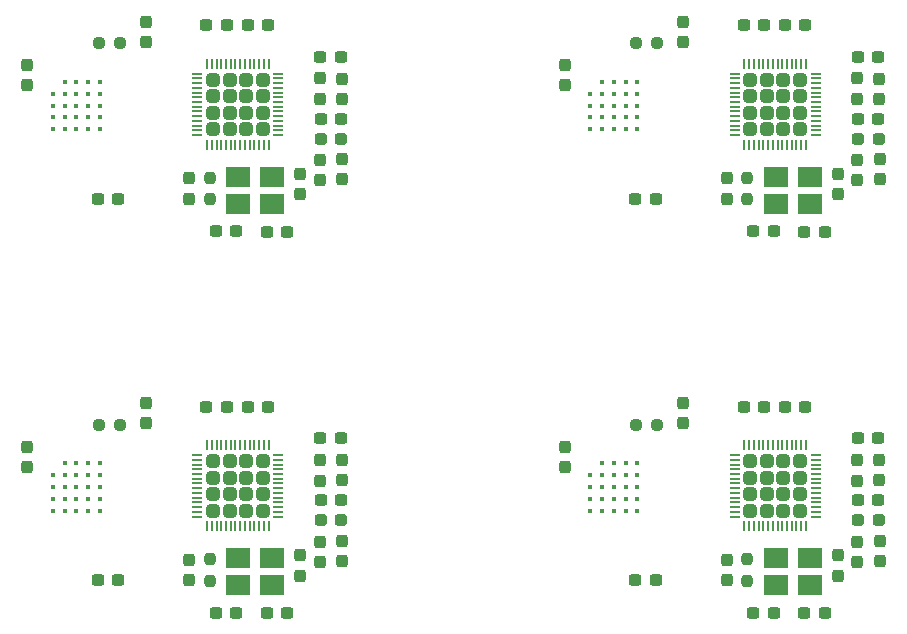
<source format=gtp>
G04 #@! TF.GenerationSoftware,KiCad,Pcbnew,6.0.7-f9a2dced07~116~ubuntu22.04.1*
G04 #@! TF.CreationDate,2022-09-03T23:27:29+10:00*
G04 #@! TF.ProjectId,panel,70616e65-6c2e-46b6-9963-61645f706362,rev?*
G04 #@! TF.SameCoordinates,Original*
G04 #@! TF.FileFunction,Paste,Top*
G04 #@! TF.FilePolarity,Positive*
%FSLAX46Y46*%
G04 Gerber Fmt 4.6, Leading zero omitted, Abs format (unit mm)*
G04 Created by KiCad (PCBNEW 6.0.7-f9a2dced07~116~ubuntu22.04.1) date 2022-09-03 23:27:29*
%MOMM*%
%LPD*%
G01*
G04 APERTURE LIST*
G04 Aperture macros list*
%AMRoundRect*
0 Rectangle with rounded corners*
0 $1 Rounding radius*
0 $2 $3 $4 $5 $6 $7 $8 $9 X,Y pos of 4 corners*
0 Add a 4 corners polygon primitive as box body*
4,1,4,$2,$3,$4,$5,$6,$7,$8,$9,$2,$3,0*
0 Add four circle primitives for the rounded corners*
1,1,$1+$1,$2,$3*
1,1,$1+$1,$4,$5*
1,1,$1+$1,$6,$7*
1,1,$1+$1,$8,$9*
0 Add four rect primitives between the rounded corners*
20,1,$1+$1,$2,$3,$4,$5,0*
20,1,$1+$1,$4,$5,$6,$7,0*
20,1,$1+$1,$6,$7,$8,$9,0*
20,1,$1+$1,$8,$9,$2,$3,0*%
G04 Aperture macros list end*
%ADD10RoundRect,0.237500X0.237500X-0.300000X0.237500X0.300000X-0.237500X0.300000X-0.237500X-0.300000X0*%
%ADD11RoundRect,0.250000X0.315000X0.315000X-0.315000X0.315000X-0.315000X-0.315000X0.315000X-0.315000X0*%
%ADD12RoundRect,0.050000X0.387500X0.050000X-0.387500X0.050000X-0.387500X-0.050000X0.387500X-0.050000X0*%
%ADD13RoundRect,0.050000X0.050000X0.387500X-0.050000X0.387500X-0.050000X-0.387500X0.050000X-0.387500X0*%
%ADD14C,0.400000*%
%ADD15RoundRect,0.237500X-0.300000X-0.237500X0.300000X-0.237500X0.300000X0.237500X-0.300000X0.237500X0*%
%ADD16RoundRect,0.237500X0.237500X-0.250000X0.237500X0.250000X-0.237500X0.250000X-0.237500X-0.250000X0*%
%ADD17RoundRect,0.237500X-0.237500X0.300000X-0.237500X-0.300000X0.237500X-0.300000X0.237500X0.300000X0*%
%ADD18RoundRect,0.237500X-0.287500X-0.237500X0.287500X-0.237500X0.287500X0.237500X-0.287500X0.237500X0*%
%ADD19R,2.100000X1.800000*%
%ADD20RoundRect,0.237500X-0.237500X0.287500X-0.237500X-0.287500X0.237500X-0.287500X0.237500X0.287500X0*%
%ADD21RoundRect,0.237500X0.300000X0.237500X-0.300000X0.237500X-0.300000X-0.237500X0.300000X-0.237500X0*%
%ADD22RoundRect,0.237500X0.250000X0.237500X-0.250000X0.237500X-0.250000X-0.237500X0.250000X-0.237500X0*%
G04 APERTURE END LIST*
D10*
G04 #@! TO.C,C10*
X42140000Y-48152500D03*
X42140000Y-46427500D03*
G04 #@! TD*
D11*
G04 #@! TO.C,U1*
X83040000Y-70760000D03*
X84440000Y-70760000D03*
X80240000Y-72160000D03*
X83040000Y-73560000D03*
X81640000Y-73560000D03*
X84440000Y-74960000D03*
X84440000Y-73560000D03*
X81640000Y-74960000D03*
X80240000Y-74960000D03*
X81640000Y-72160000D03*
X84440000Y-72160000D03*
X80240000Y-70760000D03*
X81640000Y-70760000D03*
X80240000Y-73560000D03*
X83040000Y-74960000D03*
X83040000Y-72160000D03*
D12*
X85777500Y-75460000D03*
X85777500Y-75060000D03*
X85777500Y-74660000D03*
X85777500Y-74260000D03*
X85777500Y-73860000D03*
X85777500Y-73460000D03*
X85777500Y-73060000D03*
X85777500Y-72660000D03*
X85777500Y-72260000D03*
X85777500Y-71860000D03*
X85777500Y-71460000D03*
X85777500Y-71060000D03*
X85777500Y-70660000D03*
X85777500Y-70260000D03*
D13*
X84940000Y-69422500D03*
X84540000Y-69422500D03*
X84140000Y-69422500D03*
X83740000Y-69422500D03*
X83340000Y-69422500D03*
X82940000Y-69422500D03*
X82540000Y-69422500D03*
X82140000Y-69422500D03*
X81740000Y-69422500D03*
X81340000Y-69422500D03*
X80940000Y-69422500D03*
X80540000Y-69422500D03*
X80140000Y-69422500D03*
X79740000Y-69422500D03*
D12*
X78902500Y-70260000D03*
X78902500Y-70660000D03*
X78902500Y-71060000D03*
X78902500Y-71460000D03*
X78902500Y-71860000D03*
X78902500Y-72260000D03*
X78902500Y-72660000D03*
X78902500Y-73060000D03*
X78902500Y-73460000D03*
X78902500Y-73860000D03*
X78902500Y-74260000D03*
X78902500Y-74660000D03*
X78902500Y-75060000D03*
X78902500Y-75460000D03*
D13*
X79740000Y-76297500D03*
X80140000Y-76297500D03*
X80540000Y-76297500D03*
X80940000Y-76297500D03*
X81340000Y-76297500D03*
X81740000Y-76297500D03*
X82140000Y-76297500D03*
X82540000Y-76297500D03*
X82940000Y-76297500D03*
X83340000Y-76297500D03*
X83740000Y-76297500D03*
X84140000Y-76297500D03*
X84540000Y-76297500D03*
X84940000Y-76297500D03*
G04 #@! TD*
D14*
G04 #@! TO.C,U2*
X67675744Y-38655744D03*
X68675744Y-38655744D03*
X69675744Y-38655744D03*
X70675744Y-38655744D03*
X66680000Y-39660000D03*
X67680000Y-39660000D03*
X68680000Y-39660000D03*
X69680000Y-39660000D03*
X70680000Y-39660000D03*
X66680000Y-40660000D03*
X67680000Y-40660000D03*
X68680000Y-40660000D03*
X69680000Y-40660000D03*
X70680000Y-40660000D03*
X66680000Y-41660000D03*
X67680000Y-41660000D03*
X68680000Y-41660000D03*
X69680000Y-41660000D03*
X70680000Y-41660000D03*
X66680000Y-42660000D03*
X67680000Y-42660000D03*
X68680000Y-42660000D03*
X69680000Y-42660000D03*
X70680000Y-42660000D03*
G04 #@! TD*
D15*
G04 #@! TO.C,C4*
X37667500Y-66150000D03*
X39392500Y-66150000D03*
G04 #@! TD*
D16*
G04 #@! TO.C,R3*
X34470000Y-80892500D03*
X34470000Y-79067500D03*
G04 #@! TD*
D17*
G04 #@! TO.C,C5*
X78250000Y-79107500D03*
X78250000Y-80832500D03*
G04 #@! TD*
D11*
G04 #@! TO.C,U1*
X36140000Y-73560000D03*
X34740000Y-70760000D03*
X38940000Y-73560000D03*
X36140000Y-70760000D03*
X34740000Y-73560000D03*
X37540000Y-72160000D03*
X37540000Y-73560000D03*
X38940000Y-70760000D03*
X36140000Y-74960000D03*
X37540000Y-70760000D03*
X36140000Y-72160000D03*
X38940000Y-74960000D03*
X37540000Y-74960000D03*
X34740000Y-72160000D03*
X34740000Y-74960000D03*
X38940000Y-72160000D03*
D12*
X40277500Y-75460000D03*
X40277500Y-75060000D03*
X40277500Y-74660000D03*
X40277500Y-74260000D03*
X40277500Y-73860000D03*
X40277500Y-73460000D03*
X40277500Y-73060000D03*
X40277500Y-72660000D03*
X40277500Y-72260000D03*
X40277500Y-71860000D03*
X40277500Y-71460000D03*
X40277500Y-71060000D03*
X40277500Y-70660000D03*
X40277500Y-70260000D03*
D13*
X39440000Y-69422500D03*
X39040000Y-69422500D03*
X38640000Y-69422500D03*
X38240000Y-69422500D03*
X37840000Y-69422500D03*
X37440000Y-69422500D03*
X37040000Y-69422500D03*
X36640000Y-69422500D03*
X36240000Y-69422500D03*
X35840000Y-69422500D03*
X35440000Y-69422500D03*
X35040000Y-69422500D03*
X34640000Y-69422500D03*
X34240000Y-69422500D03*
D12*
X33402500Y-70260000D03*
X33402500Y-70660000D03*
X33402500Y-71060000D03*
X33402500Y-71460000D03*
X33402500Y-71860000D03*
X33402500Y-72260000D03*
X33402500Y-72660000D03*
X33402500Y-73060000D03*
X33402500Y-73460000D03*
X33402500Y-73860000D03*
X33402500Y-74260000D03*
X33402500Y-74660000D03*
X33402500Y-75060000D03*
X33402500Y-75460000D03*
D13*
X34240000Y-76297500D03*
X34640000Y-76297500D03*
X35040000Y-76297500D03*
X35440000Y-76297500D03*
X35840000Y-76297500D03*
X36240000Y-76297500D03*
X36640000Y-76297500D03*
X37040000Y-76297500D03*
X37440000Y-76297500D03*
X37840000Y-76297500D03*
X38240000Y-76297500D03*
X38640000Y-76297500D03*
X39040000Y-76297500D03*
X39440000Y-76297500D03*
G04 #@! TD*
D15*
G04 #@! TO.C,C13*
X34997500Y-83600000D03*
X36722500Y-83600000D03*
G04 #@! TD*
D18*
G04 #@! TO.C,L2*
X43865000Y-75780000D03*
X45615000Y-75780000D03*
G04 #@! TD*
D10*
G04 #@! TO.C,C10*
X42140000Y-80452500D03*
X42140000Y-78727500D03*
G04 #@! TD*
D15*
G04 #@! TO.C,C8*
X79667500Y-33860000D03*
X81392500Y-33860000D03*
G04 #@! TD*
D14*
G04 #@! TO.C,U2*
X22175744Y-38655744D03*
X23175744Y-38655744D03*
X24175744Y-38655744D03*
X25175744Y-38655744D03*
X21180000Y-39660000D03*
X22180000Y-39660000D03*
X23180000Y-39660000D03*
X24180000Y-39660000D03*
X25180000Y-39660000D03*
X21180000Y-40660000D03*
X22180000Y-40660000D03*
X23180000Y-40660000D03*
X24180000Y-40660000D03*
X25180000Y-40660000D03*
X21180000Y-41660000D03*
X22180000Y-41660000D03*
X23180000Y-41660000D03*
X24180000Y-41660000D03*
X25180000Y-41660000D03*
X21180000Y-42660000D03*
X22180000Y-42660000D03*
X23180000Y-42660000D03*
X24180000Y-42660000D03*
X25180000Y-42660000D03*
G04 #@! TD*
D10*
G04 #@! TO.C,C15*
X89290000Y-47005000D03*
X89290000Y-45280000D03*
G04 #@! TD*
D15*
G04 #@! TO.C,C4*
X37667500Y-33850000D03*
X39392500Y-33850000D03*
G04 #@! TD*
G04 #@! TO.C,C3*
X43857500Y-74090000D03*
X45582500Y-74090000D03*
G04 #@! TD*
D10*
G04 #@! TO.C,C6*
X74560000Y-67572500D03*
X74560000Y-65847500D03*
G04 #@! TD*
D17*
G04 #@! TO.C,C5*
X32750000Y-46807500D03*
X32750000Y-48532500D03*
G04 #@! TD*
D16*
G04 #@! TO.C,R3*
X34470000Y-48592500D03*
X34470000Y-46767500D03*
G04 #@! TD*
D19*
G04 #@! TO.C,Y1*
X39770000Y-46670000D03*
X36870000Y-46670000D03*
X36870000Y-48970000D03*
X39770000Y-48970000D03*
G04 #@! TD*
D15*
G04 #@! TO.C,C8*
X34167500Y-33860000D03*
X35892500Y-33860000D03*
G04 #@! TD*
D20*
G04 #@! TO.C,L1*
X89280000Y-38365000D03*
X89280000Y-40115000D03*
G04 #@! TD*
D21*
G04 #@! TO.C,C11*
X26712500Y-80840000D03*
X24987500Y-80840000D03*
G04 #@! TD*
D17*
G04 #@! TO.C,C12*
X91200000Y-77497500D03*
X91200000Y-79222500D03*
G04 #@! TD*
D18*
G04 #@! TO.C,L2*
X89365000Y-75780000D03*
X91115000Y-75780000D03*
G04 #@! TD*
D15*
G04 #@! TO.C,C3*
X89357500Y-74090000D03*
X91082500Y-74090000D03*
G04 #@! TD*
G04 #@! TO.C,C13*
X34997500Y-51300000D03*
X36722500Y-51300000D03*
G04 #@! TD*
D20*
G04 #@! TO.C,L1*
X43780000Y-70665000D03*
X43780000Y-72415000D03*
G04 #@! TD*
D19*
G04 #@! TO.C,Y1*
X39770000Y-78970000D03*
X36870000Y-78970000D03*
X36870000Y-81270000D03*
X39770000Y-81270000D03*
G04 #@! TD*
D17*
G04 #@! TO.C,C5*
X78250000Y-46807500D03*
X78250000Y-48532500D03*
G04 #@! TD*
D10*
G04 #@! TO.C,C15*
X43790000Y-79305000D03*
X43790000Y-77580000D03*
G04 #@! TD*
G04 #@! TO.C,C6*
X29060000Y-35272500D03*
X29060000Y-33547500D03*
G04 #@! TD*
D15*
G04 #@! TO.C,C7*
X89317500Y-36520000D03*
X91042500Y-36520000D03*
G04 #@! TD*
D10*
G04 #@! TO.C,C6*
X29060000Y-67572500D03*
X29060000Y-65847500D03*
G04 #@! TD*
D20*
G04 #@! TO.C,L1*
X43780000Y-38365000D03*
X43780000Y-40115000D03*
G04 #@! TD*
D15*
G04 #@! TO.C,C14*
X39317500Y-51350000D03*
X41042500Y-51350000D03*
G04 #@! TD*
D22*
G04 #@! TO.C,R2*
X26872500Y-35370000D03*
X25047500Y-35370000D03*
G04 #@! TD*
D15*
G04 #@! TO.C,C7*
X89317500Y-68820000D03*
X91042500Y-68820000D03*
G04 #@! TD*
D10*
G04 #@! TO.C,C15*
X89290000Y-79305000D03*
X89290000Y-77580000D03*
G04 #@! TD*
D15*
G04 #@! TO.C,C14*
X84817500Y-51350000D03*
X86542500Y-51350000D03*
G04 #@! TD*
G04 #@! TO.C,C7*
X43817500Y-68820000D03*
X45542500Y-68820000D03*
G04 #@! TD*
G04 #@! TO.C,C13*
X80497500Y-83600000D03*
X82222500Y-83600000D03*
G04 #@! TD*
D10*
G04 #@! TO.C,C15*
X43790000Y-47005000D03*
X43790000Y-45280000D03*
G04 #@! TD*
D22*
G04 #@! TO.C,R2*
X26872500Y-67670000D03*
X25047500Y-67670000D03*
G04 #@! TD*
G04 #@! TO.C,R2*
X72372500Y-67670000D03*
X70547500Y-67670000D03*
G04 #@! TD*
D15*
G04 #@! TO.C,C3*
X43857500Y-41790000D03*
X45582500Y-41790000D03*
G04 #@! TD*
D10*
G04 #@! TO.C,C1*
X19010000Y-38962500D03*
X19010000Y-37237500D03*
G04 #@! TD*
D19*
G04 #@! TO.C,Y1*
X85270000Y-46670000D03*
X82370000Y-46670000D03*
X82370000Y-48970000D03*
X85270000Y-48970000D03*
G04 #@! TD*
D17*
G04 #@! TO.C,C12*
X91200000Y-45197500D03*
X91200000Y-46922500D03*
G04 #@! TD*
D10*
G04 #@! TO.C,C1*
X64510000Y-38962500D03*
X64510000Y-37237500D03*
G04 #@! TD*
D15*
G04 #@! TO.C,C14*
X84817500Y-83650000D03*
X86542500Y-83650000D03*
G04 #@! TD*
D10*
G04 #@! TO.C,C1*
X19010000Y-71262500D03*
X19010000Y-69537500D03*
G04 #@! TD*
G04 #@! TO.C,C1*
X64510000Y-71262500D03*
X64510000Y-69537500D03*
G04 #@! TD*
D15*
G04 #@! TO.C,C4*
X83167500Y-66150000D03*
X84892500Y-66150000D03*
G04 #@! TD*
D17*
G04 #@! TO.C,C12*
X45700000Y-77497500D03*
X45700000Y-79222500D03*
G04 #@! TD*
D15*
G04 #@! TO.C,C8*
X79667500Y-66160000D03*
X81392500Y-66160000D03*
G04 #@! TD*
D10*
G04 #@! TO.C,C2*
X91130000Y-72402500D03*
X91130000Y-70677500D03*
G04 #@! TD*
D15*
G04 #@! TO.C,C3*
X89357500Y-41790000D03*
X91082500Y-41790000D03*
G04 #@! TD*
D11*
G04 #@! TO.C,U1*
X83040000Y-39860000D03*
X81640000Y-42660000D03*
X84440000Y-42660000D03*
X80240000Y-38460000D03*
X80240000Y-39860000D03*
X81640000Y-39860000D03*
X80240000Y-41260000D03*
X83040000Y-41260000D03*
X80240000Y-42660000D03*
X84440000Y-38460000D03*
X81640000Y-38460000D03*
X83040000Y-42660000D03*
X84440000Y-39860000D03*
X81640000Y-41260000D03*
X84440000Y-41260000D03*
X83040000Y-38460000D03*
D12*
X85777500Y-43160000D03*
X85777500Y-42760000D03*
X85777500Y-42360000D03*
X85777500Y-41960000D03*
X85777500Y-41560000D03*
X85777500Y-41160000D03*
X85777500Y-40760000D03*
X85777500Y-40360000D03*
X85777500Y-39960000D03*
X85777500Y-39560000D03*
X85777500Y-39160000D03*
X85777500Y-38760000D03*
X85777500Y-38360000D03*
X85777500Y-37960000D03*
D13*
X84940000Y-37122500D03*
X84540000Y-37122500D03*
X84140000Y-37122500D03*
X83740000Y-37122500D03*
X83340000Y-37122500D03*
X82940000Y-37122500D03*
X82540000Y-37122500D03*
X82140000Y-37122500D03*
X81740000Y-37122500D03*
X81340000Y-37122500D03*
X80940000Y-37122500D03*
X80540000Y-37122500D03*
X80140000Y-37122500D03*
X79740000Y-37122500D03*
D12*
X78902500Y-37960000D03*
X78902500Y-38360000D03*
X78902500Y-38760000D03*
X78902500Y-39160000D03*
X78902500Y-39560000D03*
X78902500Y-39960000D03*
X78902500Y-40360000D03*
X78902500Y-40760000D03*
X78902500Y-41160000D03*
X78902500Y-41560000D03*
X78902500Y-41960000D03*
X78902500Y-42360000D03*
X78902500Y-42760000D03*
X78902500Y-43160000D03*
D13*
X79740000Y-43997500D03*
X80140000Y-43997500D03*
X80540000Y-43997500D03*
X80940000Y-43997500D03*
X81340000Y-43997500D03*
X81740000Y-43997500D03*
X82140000Y-43997500D03*
X82540000Y-43997500D03*
X82940000Y-43997500D03*
X83340000Y-43997500D03*
X83740000Y-43997500D03*
X84140000Y-43997500D03*
X84540000Y-43997500D03*
X84940000Y-43997500D03*
G04 #@! TD*
D10*
G04 #@! TO.C,C10*
X87640000Y-48152500D03*
X87640000Y-46427500D03*
G04 #@! TD*
G04 #@! TO.C,C6*
X74560000Y-35272500D03*
X74560000Y-33547500D03*
G04 #@! TD*
D21*
G04 #@! TO.C,C11*
X26712500Y-48540000D03*
X24987500Y-48540000D03*
G04 #@! TD*
D20*
G04 #@! TO.C,L1*
X89280000Y-70665000D03*
X89280000Y-72415000D03*
G04 #@! TD*
D18*
G04 #@! TO.C,L2*
X43865000Y-43480000D03*
X45615000Y-43480000D03*
G04 #@! TD*
D16*
G04 #@! TO.C,R3*
X79970000Y-80892500D03*
X79970000Y-79067500D03*
G04 #@! TD*
D19*
G04 #@! TO.C,Y1*
X85270000Y-78970000D03*
X82370000Y-78970000D03*
X82370000Y-81270000D03*
X85270000Y-81270000D03*
G04 #@! TD*
D14*
G04 #@! TO.C,U2*
X22175744Y-70955744D03*
X23175744Y-70955744D03*
X24175744Y-70955744D03*
X25175744Y-70955744D03*
X21180000Y-71960000D03*
X22180000Y-71960000D03*
X23180000Y-71960000D03*
X24180000Y-71960000D03*
X25180000Y-71960000D03*
X21180000Y-72960000D03*
X22180000Y-72960000D03*
X23180000Y-72960000D03*
X24180000Y-72960000D03*
X25180000Y-72960000D03*
X21180000Y-73960000D03*
X22180000Y-73960000D03*
X23180000Y-73960000D03*
X24180000Y-73960000D03*
X25180000Y-73960000D03*
X21180000Y-74960000D03*
X22180000Y-74960000D03*
X23180000Y-74960000D03*
X24180000Y-74960000D03*
X25180000Y-74960000D03*
G04 #@! TD*
D17*
G04 #@! TO.C,C12*
X45700000Y-45197500D03*
X45700000Y-46922500D03*
G04 #@! TD*
D15*
G04 #@! TO.C,C13*
X80497500Y-51300000D03*
X82222500Y-51300000D03*
G04 #@! TD*
D17*
G04 #@! TO.C,C5*
X32750000Y-79107500D03*
X32750000Y-80832500D03*
G04 #@! TD*
D15*
G04 #@! TO.C,C4*
X83167500Y-33850000D03*
X84892500Y-33850000D03*
G04 #@! TD*
D10*
G04 #@! TO.C,C2*
X91130000Y-40102500D03*
X91130000Y-38377500D03*
G04 #@! TD*
D21*
G04 #@! TO.C,C11*
X72212500Y-80840000D03*
X70487500Y-80840000D03*
G04 #@! TD*
D15*
G04 #@! TO.C,C8*
X34167500Y-66160000D03*
X35892500Y-66160000D03*
G04 #@! TD*
D10*
G04 #@! TO.C,C2*
X45630000Y-40102500D03*
X45630000Y-38377500D03*
G04 #@! TD*
G04 #@! TO.C,C2*
X45630000Y-72402500D03*
X45630000Y-70677500D03*
G04 #@! TD*
D14*
G04 #@! TO.C,U2*
X67675744Y-70955744D03*
X68675744Y-70955744D03*
X69675744Y-70955744D03*
X70675744Y-70955744D03*
X66680000Y-71960000D03*
X67680000Y-71960000D03*
X68680000Y-71960000D03*
X69680000Y-71960000D03*
X70680000Y-71960000D03*
X66680000Y-72960000D03*
X67680000Y-72960000D03*
X68680000Y-72960000D03*
X69680000Y-72960000D03*
X70680000Y-72960000D03*
X66680000Y-73960000D03*
X67680000Y-73960000D03*
X68680000Y-73960000D03*
X69680000Y-73960000D03*
X70680000Y-73960000D03*
X66680000Y-74960000D03*
X67680000Y-74960000D03*
X68680000Y-74960000D03*
X69680000Y-74960000D03*
X70680000Y-74960000D03*
G04 #@! TD*
D21*
G04 #@! TO.C,C11*
X72212500Y-48540000D03*
X70487500Y-48540000D03*
G04 #@! TD*
D15*
G04 #@! TO.C,C14*
X39317500Y-83650000D03*
X41042500Y-83650000D03*
G04 #@! TD*
D10*
G04 #@! TO.C,C10*
X87640000Y-80452500D03*
X87640000Y-78727500D03*
G04 #@! TD*
D11*
G04 #@! TO.C,U1*
X38940000Y-41260000D03*
X37540000Y-39860000D03*
X37540000Y-38460000D03*
X37540000Y-42660000D03*
X36140000Y-42660000D03*
X34740000Y-42660000D03*
X38940000Y-38460000D03*
X34740000Y-39860000D03*
X36140000Y-38460000D03*
X36140000Y-39860000D03*
X34740000Y-38460000D03*
X38940000Y-42660000D03*
X38940000Y-39860000D03*
X37540000Y-41260000D03*
X36140000Y-41260000D03*
X34740000Y-41260000D03*
D12*
X40277500Y-43160000D03*
X40277500Y-42760000D03*
X40277500Y-42360000D03*
X40277500Y-41960000D03*
X40277500Y-41560000D03*
X40277500Y-41160000D03*
X40277500Y-40760000D03*
X40277500Y-40360000D03*
X40277500Y-39960000D03*
X40277500Y-39560000D03*
X40277500Y-39160000D03*
X40277500Y-38760000D03*
X40277500Y-38360000D03*
X40277500Y-37960000D03*
D13*
X39440000Y-37122500D03*
X39040000Y-37122500D03*
X38640000Y-37122500D03*
X38240000Y-37122500D03*
X37840000Y-37122500D03*
X37440000Y-37122500D03*
X37040000Y-37122500D03*
X36640000Y-37122500D03*
X36240000Y-37122500D03*
X35840000Y-37122500D03*
X35440000Y-37122500D03*
X35040000Y-37122500D03*
X34640000Y-37122500D03*
X34240000Y-37122500D03*
D12*
X33402500Y-37960000D03*
X33402500Y-38360000D03*
X33402500Y-38760000D03*
X33402500Y-39160000D03*
X33402500Y-39560000D03*
X33402500Y-39960000D03*
X33402500Y-40360000D03*
X33402500Y-40760000D03*
X33402500Y-41160000D03*
X33402500Y-41560000D03*
X33402500Y-41960000D03*
X33402500Y-42360000D03*
X33402500Y-42760000D03*
X33402500Y-43160000D03*
D13*
X34240000Y-43997500D03*
X34640000Y-43997500D03*
X35040000Y-43997500D03*
X35440000Y-43997500D03*
X35840000Y-43997500D03*
X36240000Y-43997500D03*
X36640000Y-43997500D03*
X37040000Y-43997500D03*
X37440000Y-43997500D03*
X37840000Y-43997500D03*
X38240000Y-43997500D03*
X38640000Y-43997500D03*
X39040000Y-43997500D03*
X39440000Y-43997500D03*
G04 #@! TD*
D15*
G04 #@! TO.C,C7*
X43817500Y-36520000D03*
X45542500Y-36520000D03*
G04 #@! TD*
D18*
G04 #@! TO.C,L2*
X89365000Y-43480000D03*
X91115000Y-43480000D03*
G04 #@! TD*
D22*
G04 #@! TO.C,R2*
X72372500Y-35370000D03*
X70547500Y-35370000D03*
G04 #@! TD*
D16*
G04 #@! TO.C,R3*
X79970000Y-48592500D03*
X79970000Y-46767500D03*
G04 #@! TD*
M02*

</source>
